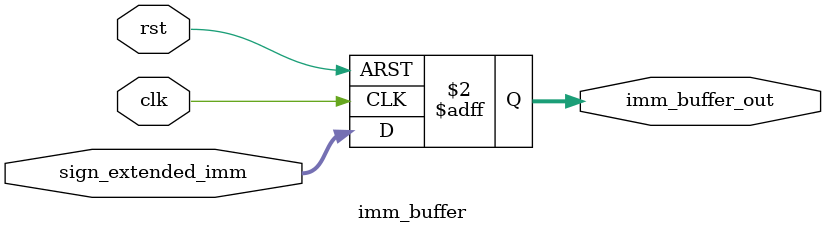
<source format=sv>
module imm_buffer(
    input logic clk,
    input logic rst,
    input logic [31:0] sign_extended_imm,
    output logic [31:0] imm_buffer_out
);

always_ff @(posedge clk or posedge rst) begin
    if (rst) begin
      imm_buffer_out <= 32'b0;
    end else begin
      imm_buffer_out <= sign_extended_imm;
    end
  end
endmodule

</source>
